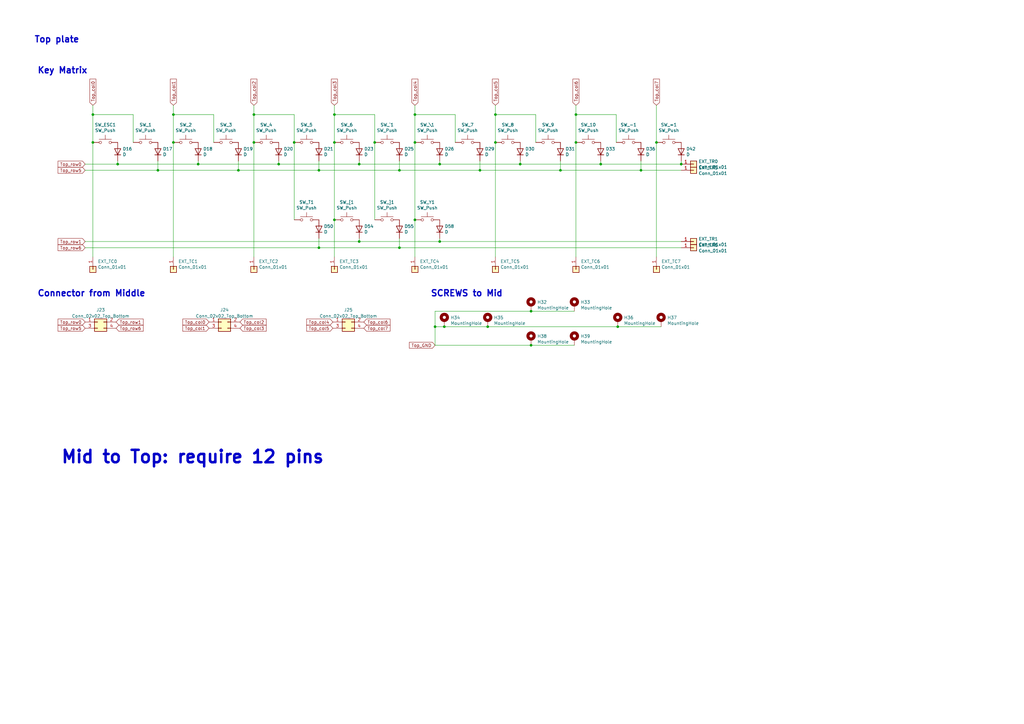
<source format=kicad_sch>
(kicad_sch (version 20211123) (generator eeschema)
  (paper "A3")
  (lib_symbols
    (symbol "Connector_Generic:Conn_01x01" (pin_names (offset 1.016) hide)
      (property "Reference" "J" (at 0 2.54 0))
      (property "Value" "Conn_01x01" (at 0 -2.54 0))
      (symbol "Conn_01x01_1_1"
        (rectangle (start -1.27 0.127) (end 0 -0.127) (stroke (width 0.1524)))
        (rectangle (start -1.27 1.27) (end 1.27 -1.27) (stroke (width 0.254)) (fill (type background)))
        (pin passive line (at -5.08 0 0) (length 3.81) (name "Pin_1") (number "1"))
      )
    )
    (symbol "Connector_Generic:Conn_02x02_Odd_Even" (pin_names (offset 1.016) hide)
      (property "Reference" "J" (at 1.27 2.54 0))
      (property "Value" "Conn_02x02_Odd_Even" (at 1.27 -5.08 0))
      (symbol "Conn_02x02_Odd_Even_1_1"
        (rectangle (start -1.27 -2.413) (end 0 -2.667) (stroke (width 0.1524)))
        (rectangle (start -1.27 0.127) (end 0 -0.127) (stroke (width 0.1524)))
        (rectangle (start -1.27 1.27) (end 3.81 -3.81) (stroke (width 0.254)) (fill (type background)))
        (rectangle (start 3.81 -2.413) (end 2.54 -2.667) (stroke (width 0.1524)))
        (rectangle (start 3.81 0.127) (end 2.54 -0.127) (stroke (width 0.1524)))
        (pin passive line (at -5.08 0 0) (length 3.81) (name "Pin_1") (number "1"))
        (pin passive line (at 7.62 0 180) (length 3.81) (name "Pin_2") (number "2"))
        (pin passive line (at -5.08 -2.54 0) (length 3.81) (name "Pin_3") (number "3"))
        (pin passive line (at 7.62 -2.54 180) (length 3.81) (name "Pin_4") (number "4"))
      )
    )
    (symbol "Device:D" (pin_numbers hide) (pin_names (offset 1.016) hide)
      (property "Reference" "D" (at 0 2.54 0))
      (property "Value" "D" (at 0 -2.54 0))
      (symbol "D_0_1"
        (polyline (pts (xy -1.27 1.27) (xy -1.27 -1.27)) (stroke (width 0.254)))
        (polyline (pts (xy 1.27 0) (xy -1.27 0)))
        (polyline (pts (xy 1.27 1.27) (xy 1.27 -1.27) (xy -1.27 0) (xy 1.27 1.27)) (stroke (width 0.254)))
      )
      (symbol "D_1_1"
        (pin passive line (at -3.81 0 0) (length 2.54) (name "K") (number "1"))
        (pin passive line (at 3.81 0 180) (length 2.54) (name "A") (number "2"))
      )
    )
    (symbol "Mechanical:MountingHole_Pad" (pin_numbers hide) (pin_names (offset 1.016) hide)
      (property "Reference" "H" (at 0 6.35 0))
      (property "Value" "MountingHole_Pad" (at 0 4.445 0))
      (symbol "MountingHole_Pad_0_1"
        (circle (center 0 1.27) (radius 1.27) (stroke (width 1.27)))
      )
      (symbol "MountingHole_Pad_1_1"
        (pin input line (at 0 -2.54 90) (length 2.54) (name "1") (number "1"))
      )
    )
    (symbol "Switch:SW_Push" (pin_numbers hide) (pin_names (offset 1.016) hide)
      (property "Reference" "SW" (at 1.27 2.54 0))
      (property "Value" "SW_Push" (at 0 -1.524 0))
      (symbol "SW_Push_0_1"
        (circle (center -2.032 0) (radius 0.508))
        (polyline (pts (xy 0 1.27) (xy 0 3.048)))
        (polyline (pts (xy 2.54 1.27) (xy -2.54 1.27)))
        (circle (center 2.032 0) (radius 0.508))
        (pin passive line (at -5.08 0 0) (length 2.54) (name "1") (number "1"))
        (pin passive line (at 5.08 0 180) (length 2.54) (name "2") (number "2"))
      )
    )
  )
  (junction (at 170.18 90.17))
  (junction (at 71.12 58.42))
  (junction (at 229.87 69.85))
  (junction (at 38.1 46.99))
  (junction (at 279.4 67.31))
  (junction (at 137.16 90.17))
  (junction (at 163.83 69.85))
  (junction (at 269.24 58.42))
  (junction (at 213.36 67.31))
  (junction (at 200.025 133.985))
  (junction (at 236.22 58.42))
  (junction (at 170.18 46.99))
  (junction (at 163.83 101.6))
  (junction (at 170.18 58.42))
  (junction (at 196.85 69.85))
  (junction (at 182.245 133.985))
  (junction (at 137.16 58.42))
  (junction (at 64.77 69.85))
  (junction (at 236.22 46.99))
  (junction (at 217.805 127.635))
  (junction (at 120.65 58.42))
  (junction (at 97.79 69.85))
  (junction (at 203.2 46.99))
  (junction (at 178.435 133.985))
  (junction (at 71.12 46.99))
  (junction (at 48.26 67.31))
  (junction (at 137.16 46.99))
  (junction (at 203.2 58.42))
  (junction (at 153.67 58.42))
  (junction (at 81.28 67.31))
  (junction (at 38.1 58.42))
  (junction (at 130.81 69.85))
  (junction (at 180.34 99.06))
  (junction (at 262.89 69.85))
  (junction (at 114.3 67.31))
  (junction (at 147.32 67.31))
  (junction (at 217.805 141.605))
  (junction (at 253.365 133.985))
  (junction (at 180.34 67.31))
  (junction (at 147.32 99.06))
  (junction (at 130.81 101.6))
  (junction (at 104.14 58.42))
  (junction (at 246.38 67.31))
  (junction (at 104.14 46.99))
  (wire (pts (xy 186.69 46.99) (xy 186.69 58.42)))
  (wire (pts (xy 120.65 46.99) (xy 104.14 46.99)))
  (wire (pts (xy 203.2 58.42) (xy 203.2 105.41)))
  (wire (pts (xy 130.81 101.6) (xy 163.83 101.6)))
  (wire (pts (xy 114.3 67.31) (xy 147.32 67.31)))
  (wire (pts (xy 170.18 43.18) (xy 170.18 46.99)))
  (wire (pts (xy 178.435 133.985) (xy 178.435 141.605)))
  (wire (pts (xy 81.28 66.04) (xy 81.28 67.31)))
  (wire (pts (xy 217.805 127.635) (xy 178.435 127.635)))
  (wire (pts (xy 81.28 67.31) (xy 114.3 67.31)))
  (wire (pts (xy 163.83 69.85) (xy 196.85 69.85)))
  (wire (pts (xy 64.77 66.04) (xy 64.77 69.85)))
  (wire (pts (xy 97.79 69.85) (xy 130.81 69.85)))
  (wire (pts (xy 87.63 46.99) (xy 71.12 46.99)))
  (wire (pts (xy 252.73 46.99) (xy 236.22 46.99)))
  (wire (pts (xy 253.365 133.985) (xy 200.025 133.985)))
  (wire (pts (xy 182.245 133.985) (xy 178.435 133.985)))
  (wire (pts (xy 213.36 66.04) (xy 213.36 67.31)))
  (wire (pts (xy 219.71 46.99) (xy 219.71 58.42)))
  (wire (pts (xy 246.38 66.04) (xy 246.38 67.31)))
  (wire (pts (xy 178.435 127.635) (xy 178.435 133.985)))
  (wire (pts (xy 71.12 58.42) (xy 71.12 105.41)))
  (wire (pts (xy 203.2 43.18) (xy 203.2 46.99)))
  (wire (pts (xy 217.805 141.605) (xy 178.435 141.605)))
  (wire (pts (xy 137.16 43.18) (xy 137.16 46.99)))
  (wire (pts (xy 186.69 46.99) (xy 170.18 46.99)))
  (wire (pts (xy 147.32 99.06) (xy 180.34 99.06)))
  (wire (pts (xy 153.67 46.99) (xy 137.16 46.99)))
  (wire (pts (xy 229.87 66.04) (xy 229.87 69.85)))
  (wire (pts (xy 180.34 67.31) (xy 213.36 67.31)))
  (wire (pts (xy 163.83 66.04) (xy 163.83 69.85)))
  (wire (pts (xy 38.1 46.99) (xy 38.1 58.42)))
  (wire (pts (xy 64.77 69.85) (xy 97.79 69.85)))
  (wire (pts (xy 246.38 67.31) (xy 279.4 67.31)))
  (wire (pts (xy 163.83 97.79) (xy 163.83 101.6)))
  (wire (pts (xy 48.26 67.31) (xy 81.28 67.31)))
  (wire (pts (xy 153.67 46.99) (xy 153.67 58.42)))
  (wire (pts (xy 163.83 101.6) (xy 279.4 101.6)))
  (wire (pts (xy 229.87 69.85) (xy 262.89 69.85)))
  (wire (pts (xy 38.1 58.42) (xy 38.1 105.41)))
  (wire (pts (xy 262.89 66.04) (xy 262.89 69.85)))
  (wire (pts (xy 34.925 67.31) (xy 48.26 67.31)))
  (wire (pts (xy 153.67 58.42) (xy 153.67 90.17)))
  (wire (pts (xy 71.12 46.99) (xy 71.12 58.42)))
  (wire (pts (xy 279.4 69.85) (xy 262.89 69.85)))
  (wire (pts (xy 236.22 58.42) (xy 236.22 105.41)))
  (wire (pts (xy 97.79 66.04) (xy 97.79 69.85)))
  (wire (pts (xy 34.925 69.85) (xy 64.77 69.85)))
  (wire (pts (xy 147.32 97.79) (xy 147.32 99.06)))
  (wire (pts (xy 279.4 66.04) (xy 279.4 67.31)))
  (wire (pts (xy 114.3 66.04) (xy 114.3 67.31)))
  (wire (pts (xy 271.145 133.985) (xy 253.365 133.985)))
  (wire (pts (xy 104.14 43.18) (xy 104.14 46.99)))
  (wire (pts (xy 269.24 43.18) (xy 269.24 58.42)))
  (wire (pts (xy 236.22 46.99) (xy 236.22 58.42)))
  (wire (pts (xy 130.81 66.04) (xy 130.81 69.85)))
  (wire (pts (xy 104.14 46.99) (xy 104.14 58.42)))
  (wire (pts (xy 252.73 46.99) (xy 252.73 58.42)))
  (wire (pts (xy 170.18 58.42) (xy 170.18 90.17)))
  (wire (pts (xy 269.24 58.42) (xy 269.24 105.41)))
  (wire (pts (xy 170.18 46.99) (xy 170.18 58.42)))
  (wire (pts (xy 87.63 46.99) (xy 87.63 58.42)))
  (wire (pts (xy 54.61 46.99) (xy 54.61 58.42)))
  (wire (pts (xy 120.65 46.99) (xy 120.65 58.42)))
  (wire (pts (xy 130.81 69.85) (xy 163.83 69.85)))
  (wire (pts (xy 180.34 99.06) (xy 279.4 99.06)))
  (wire (pts (xy 137.16 46.99) (xy 137.16 58.42)))
  (wire (pts (xy 120.65 58.42) (xy 120.65 90.17)))
  (wire (pts (xy 38.1 46.99) (xy 54.61 46.99)))
  (wire (pts (xy 196.85 66.04) (xy 196.85 69.85)))
  (wire (pts (xy 219.71 46.99) (xy 203.2 46.99)))
  (wire (pts (xy 104.14 58.42) (xy 104.14 105.41)))
  (wire (pts (xy 147.32 67.31) (xy 180.34 67.31)))
  (wire (pts (xy 236.22 43.18) (xy 236.22 46.99)))
  (wire (pts (xy 147.32 66.04) (xy 147.32 67.31)))
  (wire (pts (xy 180.34 67.31) (xy 180.34 66.04)))
  (wire (pts (xy 200.025 133.985) (xy 182.245 133.985)))
  (wire (pts (xy 137.16 58.42) (xy 137.16 90.17)))
  (wire (pts (xy 235.585 141.605) (xy 217.805 141.605)))
  (wire (pts (xy 34.925 99.06) (xy 147.32 99.06)))
  (wire (pts (xy 213.36 67.31) (xy 246.38 67.31)))
  (wire (pts (xy 196.85 69.85) (xy 229.87 69.85)))
  (wire (pts (xy 137.16 90.17) (xy 137.16 105.41)))
  (wire (pts (xy 180.34 97.79) (xy 180.34 99.06)))
  (wire (pts (xy 170.18 90.17) (xy 170.18 105.41)))
  (wire (pts (xy 48.26 66.04) (xy 48.26 67.31)))
  (wire (pts (xy 130.81 97.79) (xy 130.81 101.6)))
  (wire (pts (xy 203.2 46.99) (xy 203.2 58.42)))
  (wire (pts (xy 235.585 127.635) (xy 217.805 127.635)))
  (wire (pts (xy 71.12 43.18) (xy 71.12 46.99)))
  (wire (pts (xy 38.1 43.18) (xy 38.1 46.99)))
  (wire (pts (xy 34.925 101.6) (xy 130.81 101.6)))
  (text "Key Matrix" (at 15.24 30.48 0) (effects (font (size 2.54 2.54) (thickness 0.508) bold) (justify left bottom)))
  (text "Connector from Middle" (at 15.24 121.92 0) (effects (font (size 2.54 2.54) (thickness 0.508) bold) (justify left bottom)))
  (text "Mid to Top: require 12 pins" (at 24.765 190.5 0) (effects (font (size 5.08 5.08) (thickness 1.016) bold) (justify left bottom)))
  (text "SCREWS to Mid" (at 176.53 121.92 0) (effects (font (size 2.54 2.54) (thickness 0.508) bold) (justify left bottom)))
  (text "Top plate" (at 13.97 17.78 0) (effects (font (size 2.54 2.54) (thickness 0.508) bold) (justify left bottom)))
  (global_label "Top_row6" (shape input) (at 34.925 101.6 180) (property "シート間のリファレンス" "${INTERSHEET_REFS}" (effects hide)))
  (global_label "Top_col2" (shape input) (at 104.14 43.18 90) (property "シート間のリファレンス" "${INTERSHEET_REFS}" (effects hide)))
  (global_label "Top_col4" (shape input) (at 136.525 132.08 180) (property "シート間のリファレンス" "${INTERSHEET_REFS}" (effects hide)))
  (global_label "Top_col2" (shape input) (at 98.425 132.08 0) (property "シート間のリファレンス" "${INTERSHEET_REFS}" (effects hide)))
  (global_label "Top_col0" (shape input) (at 85.725 132.08 180) (property "シート間のリファレンス" "${INTERSHEET_REFS}" (effects hide)))
  (global_label "Top_row6" (shape input) (at 47.625 134.62 0) (property "シート間のリファレンス" "${INTERSHEET_REFS}" (effects hide)))
  (global_label "Top_row1" (shape input) (at 47.625 132.08 0) (property "シート間のリファレンス" "${INTERSHEET_REFS}" (effects hide)))
  (global_label "Top_col3" (shape input) (at 137.16 43.18 90) (property "シート間のリファレンス" "${INTERSHEET_REFS}" (effects hide)))
  (global_label "Top_row1" (shape input) (at 34.925 99.06 180) (property "シート間のリファレンス" "${INTERSHEET_REFS}" (effects hide)))
  (global_label "Top_col7" (shape input) (at 269.24 43.18 90) (property "シート間のリファレンス" "${INTERSHEET_REFS}" (effects hide)))
  (global_label "Top_col5" (shape input) (at 203.2 43.18 90) (property "シート間のリファレンス" "${INTERSHEET_REFS}" (effects hide)))
  (global_label "Top_col3" (shape input) (at 98.425 134.62 0) (property "シート間のリファレンス" "${INTERSHEET_REFS}" (effects hide)))
  (global_label "Top_col0" (shape input) (at 38.1 43.18 90) (property "シート間のリファレンス" "${INTERSHEET_REFS}" (effects hide)))
  (global_label "Top_row0" (shape input) (at 34.925 132.08 180) (property "シート間のリファレンス" "${INTERSHEET_REFS}" (effects hide)))
  (global_label "Top_row5" (shape input) (at 34.925 69.85 180) (property "シート間のリファレンス" "${INTERSHEET_REFS}" (effects hide)))
  (global_label "Top_GND" (shape input) (at 178.435 141.605 180) (property "シート間のリファレンス" "${INTERSHEET_REFS}" (effects hide)))
  (global_label "Top_col5" (shape input) (at 136.525 134.62 180) (property "シート間のリファレンス" "${INTERSHEET_REFS}" (effects hide)))
  (global_label "Top_col4" (shape input) (at 170.18 43.18 90) (property "シート間のリファレンス" "${INTERSHEET_REFS}" (effects hide)))
  (global_label "Top_row5" (shape input) (at 34.925 134.62 180) (property "シート間のリファレンス" "${INTERSHEET_REFS}" (effects hide)))
  (global_label "Top_col6" (shape input) (at 236.22 43.18 90) (property "シート間のリファレンス" "${INTERSHEET_REFS}" (effects hide)))
  (global_label "Top_col6" (shape input) (at 149.225 132.08 0) (property "シート間のリファレンス" "${INTERSHEET_REFS}" (effects hide)))
  (global_label "Top_col1" (shape input) (at 85.725 134.62 180) (property "シート間のリファレンス" "${INTERSHEET_REFS}" (effects hide)))
  (global_label "Top_col7" (shape input) (at 149.225 134.62 0) (property "シート間のリファレンス" "${INTERSHEET_REFS}" (effects hide)))
  (global_label "Top_row0" (shape input) (at 34.925 67.31 180) (property "シート間のリファレンス" "${INTERSHEET_REFS}" (effects hide)))
  (global_label "Top_col1" (shape input) (at 71.12 43.18 90) (property "シート間のリファレンス" "${INTERSHEET_REFS}" (effects hide)))
  (symbol (lib_id "Device:D") (at 147.32 93.98 90) (unit 1)
    (property "Reference" "D54" (at 149.352 92.8116 90) (effects (justify right)))
    (property "Value" "D" (at 149.352 95.123 90) (effects (justify right)))
    (property "Footprint" "Diode_SMD:D_SOD-123" (effects hide))
    (property "LCSC" "C81598" (effects hide))
  )
  (symbol (lib_id "Switch:SW_Push") (at 208.28 58.42 0) (unit 1)
    (property "Reference" "SW_8" (at 208.28 51.181 0))
    (property "Value" "SW_Push" (at 208.28 53.4924 0))
    (property "Footprint" "MX_Alps_Hybrid:MXOnly-1U-NoLED" (effects hide))
  )
  (symbol (lib_id "Connector_Generic:Conn_02x02_Odd_Even") (at 90.805 132.08 0) (unit 1)
    (property "Reference" "J24" (at 92.075 127.1102 0))
    (property "Value" "Conn_02x02_Top_Bottom" (at 92.075 129.6471 0))
    (property "Footprint" "locallib:JST_SH_SM04B-SRSS-TB_1x04-1MP_P1.00mm_Horizontal_wCable_housing_spare_pin" (effects hide))
  )
  (symbol (lib_id "Device:D") (at 130.81 93.98 90) (unit 1)
    (property "Reference" "D50" (at 132.842 92.8116 90) (effects (justify right)))
    (property "Value" "D" (at 132.842 95.123 90) (effects (justify right)))
    (property "Footprint" "Diode_SMD:D_SOD-123" (effects hide))
    (property "LCSC" "C81598" (effects hide))
  )
  (symbol (lib_id "Device:D") (at 213.36 62.23 90) (unit 1)
    (property "Reference" "D30" (at 215.392 61.0616 90) (effects (justify right)))
    (property "Value" "D" (at 215.392 63.373 90) (effects (justify right)))
    (property "Footprint" "Diode_SMD:D_SOD-123" (effects hide))
    (property "LCSC" "C81598" (effects hide))
  )
  (symbol (lib_id "Connector_Generic:Conn_01x01") (at 284.48 101.6 0) (unit 1)
    (property "Reference" "EXT_TR6" (at 286.512 100.5332 0) (effects (justify left)))
    (property "Value" "Conn_01x01" (at 286.512 102.8446 0) (effects (justify left)))
    (property "Footprint" "TestPoint:TestPoint_THTPad_D2.0mm_Drill1.0mm" (effects hide))
  )
  (symbol (lib_id "Switch:SW_Push") (at 274.32 58.42 0) (unit 1)
    (property "Reference" "SW_=1" (at 274.32 51.181 0))
    (property "Value" "SW_Push" (at 274.32 53.4924 0))
    (property "Footprint" "MX_Alps_Hybrid:MXOnly-1U-NoLED" (effects hide))
  )
  (symbol (lib_id "Switch:SW_Push") (at 158.75 90.17 0) (unit 1)
    (property "Reference" "SW_]1" (at 158.75 82.931 0))
    (property "Value" "SW_Push" (at 158.75 85.2424 0))
    (property "Footprint" "MX_Alps_Hybrid:MXOnly-1U-NoLED" (effects hide))
  )
  (symbol (lib_id "Mechanical:MountingHole_Pad") (at 235.585 125.095 0) (unit 1)
    (property "Reference" "H33" (at 238.125 123.9266 0) (effects (justify left)))
    (property "Value" "MountingHole" (at 238.125 126.238 0) (effects (justify left)))
    (property "Footprint" "MountingHole:MountingHole_2.2mm_M2_Pad_minimal" (effects hide))
  )
  (symbol (lib_id "Connector_Generic:Conn_01x01") (at 170.18 110.49 270) (unit 1)
    (property "Reference" "EXT_TC4" (at 172.212 107.2388 90) (effects (justify left)))
    (property "Value" "Conn_01x01" (at 172.212 109.5502 90) (effects (justify left)))
    (property "Footprint" "TestPoint:TestPoint_THTPad_D2.0mm_Drill1.0mm" (effects hide))
  )
  (symbol (lib_id "Mechanical:MountingHole_Pad") (at 271.145 131.445 0) (unit 1)
    (property "Reference" "H37" (at 273.685 130.2766 0) (effects (justify left)))
    (property "Value" "MountingHole" (at 273.685 132.588 0) (effects (justify left)))
    (property "Footprint" "MountingHole:MountingHole_2.2mm_M2_Pad_minimal" (effects hide))
  )
  (symbol (lib_id "Switch:SW_Push") (at 76.2 58.42 0) (unit 1)
    (property "Reference" "SW_2" (at 76.2 51.181 0))
    (property "Value" "SW_Push" (at 76.2 53.4924 0))
    (property "Footprint" "MX_Alps_Hybrid:MXOnly-1U-NoLED" (effects hide))
  )
  (symbol (lib_id "Connector_Generic:Conn_01x01") (at 137.16 110.49 270) (unit 1)
    (property "Reference" "EXT_TC3" (at 139.192 107.2388 90) (effects (justify left)))
    (property "Value" "Conn_01x01" (at 139.192 109.5502 90) (effects (justify left)))
    (property "Footprint" "TestPoint:TestPoint_THTPad_D2.0mm_Drill1.0mm" (effects hide))
  )
  (symbol (lib_id "Device:D") (at 97.79 62.23 90) (unit 1)
    (property "Reference" "D19" (at 99.822 61.0616 90) (effects (justify right)))
    (property "Value" "D" (at 99.822 63.373 90) (effects (justify right)))
    (property "Footprint" "Diode_SMD:D_SOD-123" (effects hide))
    (property "LCSC" "C81598" (effects hide))
  )
  (symbol (lib_id "Switch:SW_Push") (at 125.73 90.17 0) (unit 1)
    (property "Reference" "SW_T1" (at 125.73 82.931 0))
    (property "Value" "SW_Push" (at 125.73 85.2424 0))
    (property "Footprint" "MX_Alps_Hybrid:MXOnly-1U-NoLED" (effects hide))
  )
  (symbol (lib_id "Switch:SW_Push") (at 142.24 58.42 0) (unit 1)
    (property "Reference" "SW_6" (at 142.24 51.181 0))
    (property "Value" "SW_Push" (at 142.24 53.4924 0))
    (property "Footprint" "MX_Alps_Hybrid:MXOnly-1U-NoLED" (effects hide))
  )
  (symbol (lib_id "Connector_Generic:Conn_01x01") (at 203.2 110.49 270) (unit 1)
    (property "Reference" "EXT_TC5" (at 205.232 107.2388 90) (effects (justify left)))
    (property "Value" "Conn_01x01" (at 205.232 109.5502 90) (effects (justify left)))
    (property "Footprint" "TestPoint:TestPoint_THTPad_D2.0mm_Drill1.0mm" (effects hide))
  )
  (symbol (lib_id "Switch:SW_Push") (at 125.73 58.42 0) (unit 1)
    (property "Reference" "SW_5" (at 125.73 51.181 0))
    (property "Value" "SW_Push" (at 125.73 53.4924 0))
    (property "Footprint" "MX_Alps_Hybrid:MXOnly-1U-NoLED" (effects hide))
  )
  (symbol (lib_id "Mechanical:MountingHole_Pad") (at 217.805 139.065 0) (unit 1)
    (property "Reference" "H38" (at 220.345 137.8966 0) (effects (justify left)))
    (property "Value" "MountingHole" (at 220.345 140.208 0) (effects (justify left)))
    (property "Footprint" "MountingHole:MountingHole_2.2mm_M2_Pad_minimal" (effects hide))
  )
  (symbol (lib_id "Connector_Generic:Conn_02x02_Odd_Even") (at 40.005 132.08 0) (unit 1)
    (property "Reference" "J23" (at 41.275 127.1102 0))
    (property "Value" "Conn_02x02_Top_Bottom" (at 41.275 129.6471 0))
    (property "Footprint" "locallib:JST_SH_SM04B-SRSS-TB_1x04-1MP_P1.00mm_Horizontal_wCable_housing_spare_pin" (effects hide))
  )
  (symbol (lib_id "Connector_Generic:Conn_01x01") (at 236.22 110.49 270) (unit 1)
    (property "Reference" "EXT_TC6" (at 238.252 107.2388 90) (effects (justify left)))
    (property "Value" "Conn_01x01" (at 238.252 109.5502 90) (effects (justify left)))
    (property "Footprint" "TestPoint:TestPoint_THTPad_D2.0mm_Drill1.0mm" (effects hide))
  )
  (symbol (lib_id "Device:D") (at 163.83 93.98 90) (unit 1)
    (property "Reference" "D55" (at 165.862 92.8116 90) (effects (justify right)))
    (property "Value" "D" (at 165.862 95.123 90) (effects (justify right)))
    (property "Footprint" "Diode_SMD:D_SOD-123" (effects hide))
    (property "LCSC" "C81598" (effects hide))
  )
  (symbol (lib_id "Device:D") (at 64.77 62.23 90) (unit 1)
    (property "Reference" "D17" (at 66.802 61.0616 90) (effects (justify right)))
    (property "Value" "D" (at 66.802 63.373 90) (effects (justify right)))
    (property "Footprint" "Diode_SMD:D_SOD-123" (effects hide))
    (property "LCSC" "C81598" (effects hide))
  )
  (symbol (lib_id "Mechanical:MountingHole_Pad") (at 235.585 139.065 0) (unit 1)
    (property "Reference" "H39" (at 238.125 137.8966 0) (effects (justify left)))
    (property "Value" "MountingHole" (at 238.125 140.208 0) (effects (justify left)))
    (property "Footprint" "MountingHole:MountingHole_2.2mm_M2_Pad_minimal" (effects hide))
  )
  (symbol (lib_id "Device:D") (at 114.3 62.23 90) (unit 1)
    (property "Reference" "D20" (at 116.332 61.0616 90) (effects (justify right)))
    (property "Value" "D" (at 116.332 63.373 90) (effects (justify right)))
    (property "Footprint" "Diode_SMD:D_SOD-123" (effects hide))
    (property "LCSC" "C81598" (effects hide))
  )
  (symbol (lib_id "Switch:SW_Push") (at 175.26 90.17 0) (unit 1)
    (property "Reference" "SW_Y1" (at 175.26 82.931 0))
    (property "Value" "SW_Push" (at 175.26 85.2424 0))
    (property "Footprint" "MX_Alps_Hybrid:MXOnly-1U-NoLED" (effects hide))
  )
  (symbol (lib_id "Connector_Generic:Conn_01x01") (at 269.24 110.49 270) (unit 1)
    (property "Reference" "EXT_TC7" (at 271.272 107.2388 90) (effects (justify left)))
    (property "Value" "Conn_01x01" (at 271.272 109.5502 90) (effects (justify left)))
    (property "Footprint" "TestPoint:TestPoint_THTPad_D2.0mm_Drill1.0mm" (effects hide))
  )
  (symbol (lib_id "Mechanical:MountingHole_Pad") (at 182.245 131.445 0) (unit 1)
    (property "Reference" "H34" (at 184.785 130.2766 0) (effects (justify left)))
    (property "Value" "MountingHole" (at 184.785 132.588 0) (effects (justify left)))
    (property "Footprint" "MountingHole:MountingHole_2.2mm_M2_Pad_minimal" (effects hide))
  )
  (symbol (lib_id "Device:D") (at 147.32 62.23 90) (unit 1)
    (property "Reference" "D23" (at 149.352 61.0616 90) (effects (justify right)))
    (property "Value" "D" (at 149.352 63.373 90) (effects (justify right)))
    (property "Footprint" "Diode_SMD:D_SOD-123" (effects hide))
    (property "LCSC" "C81598" (effects hide))
  )
  (symbol (lib_id "Connector_Generic:Conn_01x01") (at 284.48 99.06 0) (unit 1)
    (property "Reference" "EXT_TR1" (at 286.512 97.9932 0) (effects (justify left)))
    (property "Value" "Conn_01x01" (at 286.512 100.3046 0) (effects (justify left)))
    (property "Footprint" "TestPoint:TestPoint_THTPad_D2.0mm_Drill1.0mm" (effects hide))
  )
  (symbol (lib_id "Connector_Generic:Conn_01x01") (at 104.14 110.49 270) (unit 1)
    (property "Reference" "EXT_TC2" (at 106.172 107.2388 90) (effects (justify left)))
    (property "Value" "Conn_01x01" (at 106.172 109.5502 90) (effects (justify left)))
    (property "Footprint" "TestPoint:TestPoint_THTPad_D2.0mm_Drill1.0mm" (effects hide))
  )
  (symbol (lib_id "Switch:SW_Push") (at 158.75 58.42 0) (unit 1)
    (property "Reference" "SW_`1" (at 158.75 51.181 0))
    (property "Value" "SW_Push" (at 158.75 53.4924 0))
    (property "Footprint" "MX_Alps_Hybrid:MXOnly-1U-NoLED" (effects hide))
  )
  (symbol (lib_id "Device:D") (at 163.83 62.23 90) (unit 1)
    (property "Reference" "D25" (at 165.862 61.0616 90) (effects (justify right)))
    (property "Value" "D" (at 165.862 63.373 90) (effects (justify right)))
    (property "Footprint" "Diode_SMD:D_SOD-123" (effects hide))
    (property "LCSC" "C81598" (effects hide))
  )
  (symbol (lib_id "Switch:SW_Push") (at 191.77 58.42 0) (unit 1)
    (property "Reference" "SW_7" (at 191.77 51.181 0))
    (property "Value" "SW_Push" (at 191.77 53.4924 0))
    (property "Footprint" "MX_Alps_Hybrid:MXOnly-1U-NoLED" (effects hide))
  )
  (symbol (lib_id "Switch:SW_Push") (at 224.79 58.42 0) (unit 1)
    (property "Reference" "SW_9" (at 224.79 51.181 0))
    (property "Value" "SW_Push" (at 224.79 53.4924 0))
    (property "Footprint" "MX_Alps_Hybrid:MXOnly-1U-NoLED" (effects hide))
  )
  (symbol (lib_id "Connector_Generic:Conn_01x01") (at 284.48 67.31 0) (unit 1)
    (property "Reference" "EXT_TR0" (at 286.512 66.2432 0) (effects (justify left)))
    (property "Value" "Conn_01x01" (at 286.512 68.5546 0) (effects (justify left)))
    (property "Footprint" "TestPoint:TestPoint_THTPad_D2.0mm_Drill1.0mm" (effects hide))
  )
  (symbol (lib_id "Device:D") (at 180.34 93.98 90) (unit 1)
    (property "Reference" "D58" (at 182.372 92.8116 90) (effects (justify right)))
    (property "Value" "D" (at 182.372 95.123 90) (effects (justify right)))
    (property "Footprint" "Diode_SMD:D_SOD-123" (effects hide))
    (property "LCSC" "C81598" (effects hide))
  )
  (symbol (lib_id "Switch:SW_Push") (at 109.22 58.42 0) (unit 1)
    (property "Reference" "SW_4" (at 109.22 51.181 0))
    (property "Value" "SW_Push" (at 109.22 53.4924 0))
    (property "Footprint" "MX_Alps_Hybrid:MXOnly-1U-NoLED" (effects hide))
  )
  (symbol (lib_id "Device:D") (at 180.34 62.23 90) (unit 1)
    (property "Reference" "D26" (at 182.372 61.0616 90) (effects (justify right)))
    (property "Value" "D" (at 182.372 63.373 90) (effects (justify right)))
    (property "Footprint" "Diode_SMD:D_SOD-123" (effects hide))
    (property "LCSC" "C81598" (effects hide))
  )
  (symbol (lib_id "Switch:SW_Push") (at 92.71 58.42 0) (unit 1)
    (property "Reference" "SW_3" (at 92.71 51.181 0))
    (property "Value" "SW_Push" (at 92.71 53.4924 0))
    (property "Footprint" "MX_Alps_Hybrid:MXOnly-1U-NoLED" (effects hide))
  )
  (symbol (lib_id "Device:D") (at 279.4 62.23 90) (unit 1)
    (property "Reference" "D42" (at 281.432 61.0616 90) (effects (justify right)))
    (property "Value" "D" (at 281.432 63.373 90) (effects (justify right)))
    (property "Footprint" "Diode_SMD:D_SOD-123" (effects hide))
    (property "LCSC" "C81598" (effects hide))
  )
  (symbol (lib_id "Connector_Generic:Conn_01x01") (at 284.48 69.85 0) (unit 1)
    (property "Reference" "EXT_TR5" (at 286.512 68.7832 0) (effects (justify left)))
    (property "Value" "Conn_01x01" (at 286.512 71.0946 0) (effects (justify left)))
    (property "Footprint" "TestPoint:TestPoint_THTPad_D2.0mm_Drill1.0mm" (effects hide))
  )
  (symbol (lib_id "Device:D") (at 81.28 62.23 90) (unit 1)
    (property "Reference" "D18" (at 83.312 61.0616 90) (effects (justify right)))
    (property "Value" "D" (at 83.312 63.373 90) (effects (justify right)))
    (property "Footprint" "Diode_SMD:D_SOD-123" (effects hide))
    (property "LCSC" "C81598" (effects hide))
  )
  (symbol (lib_id "Switch:SW_Push") (at 241.3 58.42 0) (unit 1)
    (property "Reference" "SW_10" (at 241.3 51.181 0))
    (property "Value" "SW_Push" (at 241.3 53.4924 0))
    (property "Footprint" "MX_Alps_Hybrid:MXOnly-1U-NoLED" (effects hide))
  )
  (symbol (lib_id "Switch:SW_Push") (at 43.18 58.42 0) (unit 1)
    (property "Reference" "SW_ESC1" (at 43.18 51.181 0))
    (property "Value" "SW_Push" (at 43.18 53.4924 0))
    (property "Footprint" "MX_Alps_Hybrid:MXOnly-1U-NoLED" (effects hide))
  )
  (symbol (lib_id "Switch:SW_Push") (at 257.81 58.42 0) (unit 1)
    (property "Reference" "SW_-1" (at 257.81 51.181 0))
    (property "Value" "SW_Push" (at 257.81 53.4924 0))
    (property "Footprint" "MX_Alps_Hybrid:MXOnly-1U-NoLED" (effects hide))
  )
  (symbol (lib_id "Connector_Generic:Conn_02x02_Odd_Even") (at 141.605 132.08 0) (unit 1)
    (property "Reference" "J25" (at 142.875 127.1102 0))
    (property "Value" "Conn_02x02_Top_Bottom" (at 142.875 129.6471 0))
    (property "Footprint" "locallib:JST_SH_SM04B-SRSS-TB_1x04-1MP_P1.00mm_Horizontal_wCable_housing_spare_pin" (effects hide))
  )
  (symbol (lib_id "Mechanical:MountingHole_Pad") (at 200.025 131.445 0) (unit 1)
    (property "Reference" "H35" (at 202.565 130.2766 0) (effects (justify left)))
    (property "Value" "MountingHole" (at 202.565 132.588 0) (effects (justify left)))
    (property "Footprint" "MountingHole:MountingHole_2.2mm_M2_Pad_minimal" (effects hide))
  )
  (symbol (lib_id "Switch:SW_Push") (at 59.69 58.42 0) (unit 1)
    (property "Reference" "SW_1" (at 59.69 51.181 0))
    (property "Value" "SW_Push" (at 59.69 53.4924 0))
    (property "Footprint" "MX_Alps_Hybrid:MXOnly-1U-NoLED" (effects hide))
  )
  (symbol (lib_id "Connector_Generic:Conn_01x01") (at 38.1 110.49 270) (unit 1)
    (property "Reference" "EXT_TC0" (at 40.132 107.2388 90) (effects (justify left)))
    (property "Value" "Conn_01x01" (at 40.132 109.5502 90) (effects (justify left)))
    (property "Footprint" "TestPoint:TestPoint_THTPad_D2.0mm_Drill1.0mm" (effects hide))
  )
  (symbol (lib_id "Device:D") (at 48.26 62.23 90) (unit 1)
    (property "Reference" "D16" (at 50.292 61.0616 90) (effects (justify right)))
    (property "Value" "D" (at 50.292 63.373 90) (effects (justify right)))
    (property "Footprint" "Diode_SMD:D_SOD-123" (effects hide))
    (property "LCSC" "C81598" (effects hide))
  )
  (symbol (lib_id "Device:D") (at 246.38 62.23 90) (unit 1)
    (property "Reference" "D33" (at 248.412 61.0616 90) (effects (justify right)))
    (property "Value" "D" (at 248.412 63.373 90) (effects (justify right)))
    (property "Footprint" "Diode_SMD:D_SOD-123" (effects hide))
    (property "LCSC" "C81598" (effects hide))
  )
  (symbol (lib_id "Device:D") (at 229.87 62.23 90) (unit 1)
    (property "Reference" "D31" (at 231.902 61.0616 90) (effects (justify right)))
    (property "Value" "D" (at 231.902 63.373 90) (effects (justify right)))
    (property "Footprint" "Diode_SMD:D_SOD-123" (effects hide))
    (property "LCSC" "C81598" (effects hide))
  )
  (symbol (lib_id "Mechanical:MountingHole_Pad") (at 253.365 131.445 0) (unit 1)
    (property "Reference" "H36" (at 255.905 130.2766 0) (effects (justify left)))
    (property "Value" "MountingHole" (at 255.905 132.588 0) (effects (justify left)))
    (property "Footprint" "MountingHole:MountingHole_2.2mm_M2_Pad_minimal" (effects hide))
  )
  (symbol (lib_id "Connector_Generic:Conn_01x01") (at 71.12 110.49 270) (unit 1)
    (property "Reference" "EXT_TC1" (at 73.152 107.2388 90) (effects (justify left)))
    (property "Value" "Conn_01x01" (at 73.152 109.5502 90) (effects (justify left)))
    (property "Footprint" "TestPoint:TestPoint_THTPad_D2.0mm_Drill1.0mm" (effects hide))
  )
  (symbol (lib_id "Device:D") (at 262.89 62.23 90) (unit 1)
    (property "Reference" "D36" (at 264.922 61.0616 90) (effects (justify right)))
    (property "Value" "D" (at 264.922 63.373 90) (effects (justify right)))
    (property "Footprint" "Diode_SMD:D_SOD-123" (effects hide))
    (property "LCSC" "C81598" (effects hide))
  )
  (symbol (lib_id "Switch:SW_Push") (at 142.24 90.17 0) (unit 1)
    (property "Reference" "SW_[1" (at 142.24 82.931 0))
    (property "Value" "SW_Push" (at 142.24 85.2424 0))
    (property "Footprint" "MX_Alps_Hybrid:MXOnly-1U-NoLED" (effects hide))
  )
  (symbol (lib_id "Device:D") (at 130.81 62.23 90) (unit 1)
    (property "Reference" "D21" (at 132.842 61.0616 90) (effects (justify right)))
    (property "Value" "D" (at 132.842 63.373 90) (effects (justify right)))
    (property "Footprint" "Diode_SMD:D_SOD-123" (effects hide))
    (property "LCSC" "C81598" (effects hide))
  )
  (symbol (lib_id "Mechanical:MountingHole_Pad") (at 217.805 125.095 0) (unit 1)
    (property "Reference" "H32" (at 220.345 123.9266 0) (effects (justify left)))
    (property "Value" "MountingHole" (at 220.345 126.238 0) (effects (justify left)))
    (property "Footprint" "MountingHole:MountingHole_2.2mm_M2_Pad_minimal" (effects hide))
  )
  (symbol (lib_id "Switch:SW_Push") (at 175.26 58.42 0) (unit 1)
    (property "Reference" "SW_\\1" (at 175.26 51.181 0))
    (property "Value" "SW_Push" (at 175.26 53.4924 0))
    (property "Footprint" "MX_Alps_Hybrid:MXOnly-1U-NoLED" (effects hide))
  )
  (symbol (lib_id "Device:D") (at 196.85 62.23 90) (unit 1)
    (property "Reference" "D29" (at 198.882 61.0616 90) (effects (justify right)))
    (property "Value" "D" (at 198.882 63.373 90) (effects (justify right)))
    (property "Footprint" "Diode_SMD:D_SOD-123" (effects hide))
    (property "LCSC" "C81598" (effects hide))
  )
)
</source>
